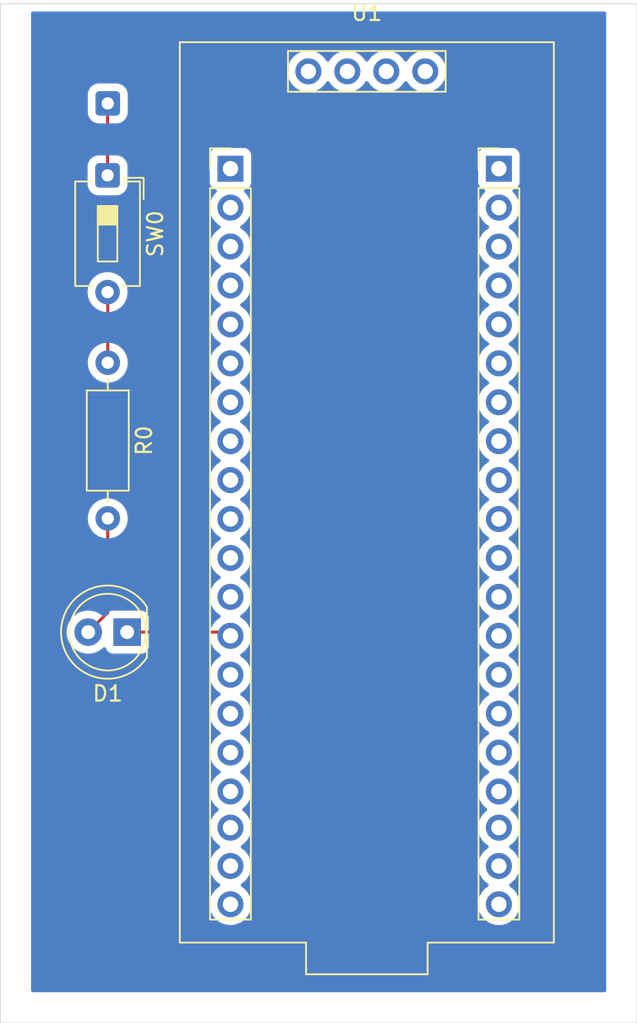
<source format=kicad_pcb>
(kicad_pcb (version 20241229) (generator "pcbnew") (generator_version "9.0")
  (layers (0 "F.Cu" signal) (2 "B.Cu" signal) (13 "F.Paste" user) (15 "B.Paste" user) (5 "F.SilkS" user "F.Silkscreen") (7 "B.SilkS" user "B.Silkscreen") (1 "F.Mask" user) (3 "B.Mask" user) (25 "Edge.Cuts" user))
  (net 0 "")
  (net 1 "Net-(D1-A)")
  (net 2 "Net-(D1-K)")
  (net 3 "/DGT0_SCL")
  (net 4 "GND")
  (net 7 "/DGT0_SDA")
  (net 20 "/DGT0_GND")
  (net 42 "Net-(R0-Pad1)")
  (footprint "" (layer "F.Cu") (at 135 55.5)
    (property "Reference" "" (at 0 0 0) (layer "F.SilkS") (effects (font (size 1.27 1.27))))
    (property "Value" "")
    (pad "1" thru_hole roundrect (at 0 0 270) (size 1.6 1.6) (drill 0.8) (layers "*.Cu" "*.Mask") (roundrect_rratio 0.15625) (net 3 "/DGT0_SCL"))
  )
  (footprint "Resistor_THT:R_Axial_DIN0207_L6.3mm_D2.5mm_P10.16mm_Horizontal" (layer "F.Cu") (at 135 72.42 -90)
    (property "Reference" "R0" (at 5.08 -2.37 90) (layer "F.SilkS"))
    (property "Value" "220")
    (fp_line (start 1.04 0) (end 1.81 0) (stroke (width 0.12)) (layer "F.SilkS"))
    (fp_line (start 9.12 0) (end 8.35 0) (stroke (width 0.12)) (layer "F.SilkS"))
    (fp_rect (start 1.81 -1.37) (end 8.35 1.37) (stroke (width 0.12)) (fill no) (layer "F.SilkS"))
    (pad "1" thru_hole circle (at 0 0 270) (size 1.6 1.6) (drill 0.8) (layers "*.Cu" "*.Mask") (net 42 "Net-(R0-Pad1)"))
    (pad "2" thru_hole circle (at 10.16 0 270) (size 1.6 1.6) (drill 0.8) (layers "*.Cu" "*.Mask") (net 1 "Net-(D1-A)"))
  )
  (footprint "LED_THT:LED_D5.0mm_FlatTop" (layer "F.Cu") (at 136.265 90 180)
    (property "Reference" "D1" (at 1.27 -4.01 0) (layer "F.SilkS"))
    (property "Value" "LED")
    (fp_line (start -1.29 -1.64) (end -1.29 1.64) (stroke (width 0.12)) (layer "F.SilkS"))
    (fp_arc (start 4.31 0) (mid 2.124166 2.917533) (end -1.29 1.639512) (stroke (width 0.12)) (layer "F.SilkS"))
    (fp_arc (start -1.29 -1.639512) (mid 2.124166 -2.917533) (end 4.31 0) (stroke (width 0.12)) (layer "F.SilkS"))
    (fp_circle (center 1.27 0) (end 3.77 0) (stroke (width 0.12)) (fill no) (layer "F.SilkS"))
    (pad "1" thru_hole rect (at 0 0 180) (size 1.8 1.8) (drill 0.9) (layers "*.Cu" "*.Mask") (net 2 "Net-(D1-K)"))
    (pad "2" thru_hole circle (at 2.54 0 180) (size 1.8 1.8) (drill 0.9) (layers "*.Cu" "*.Mask") (net 1 "Net-(D1-A)"))
  )
  (footprint "Button_Switch_THT:SW_DIP_SPSTx01_Slide_6.7x4.1mm_W7.62mm_P2.54mm_LowProfile" (layer "F.Cu") (at 134.9875 60.195 -90)
    (property "Reference" "SW0" (at 3.81 -3.11 90) (layer "F.SilkS"))
    (property "Value" "SW_DIP_x01")
    (fp_line (start 0.4 2.11) (end 7.22 2.11) (stroke (width 0.12)) (layer "F.SilkS"))
    (fp_line (start 0.4 1.04) (end 0.4 2.11) (stroke (width 0.12)) (layer "F.SilkS"))
    (fp_line (start 7.22 0.96) (end 7.22 2.11) (stroke (width 0.12)) (layer "F.SilkS"))
    (fp_line (start 3.206667 -0.635) (end 3.206667 0.635) (stroke (width 0.12)) (layer "F.SilkS"))
    (fp_line (start 0.4 -2.11) (end 0.4 -1.04) (stroke (width 0.12)) (layer "F.SilkS"))
    (fp_line (start 0.4 -2.11) (end 7.22 -2.11) (stroke (width 0.12)) (layer "F.SilkS"))
    (fp_line (start 7.22 -2.11) (end 7.22 -0.96) (stroke (width 0.12)) (layer "F.SilkS"))
    (fp_line (start 0.16 -2.35) (end 0.16 -1.04) (stroke (width 0.12)) (layer "F.SilkS"))
    (fp_line (start 0.16 -2.35) (end 1.543 -2.35) (stroke (width 0.12)) (layer "F.SilkS"))
    (fp_rect (start 2 -0.635) (end 3.206667 0.635) (stroke (width 0.12)) (fill yes) (layer "F.SilkS"))
    (fp_rect (start 2 -0.635) (end 5.62 0.635) (stroke (width 0.12)) (fill no) (layer "F.SilkS"))
    (pad "1" thru_hole roundrect (at 0 0 270) (size 1.6 1.6) (drill 0.8) (layers "*.Cu" "*.Mask") (roundrect_rratio 0.15625) (net 3 "/DGT0_SCL"))
    (pad "2" thru_hole circle (at 7.62 0 270) (size 1.6 1.6) (drill 0.8) (layers "*.Cu" "*.Mask") (net 42 "Net-(R0-Pad1)"))
  )
  (footprint "BlackPill_v2:YAAJ_BlackPill_SWD_2" (layer "F.Cu") (at 143 59.76)
    (property "Reference" "U1" (at 8.89 -10.16 0) (layer "F.SilkS"))
    (property "Value" "MiniF4-STM32F401CEU6" (hide yes))
    (fp_line (start -3.302 -8.255) (end 21.082 -8.255) (stroke (width 0.12)) (layer "F.SilkS"))
    (fp_line (start -3.302 50.5) (end -3.302 -8.255) (stroke (width 0.12)) (layer "F.SilkS"))
    (fp_line (start -3.302 50.5) (end 4.9276 50.5) (stroke (width 0.12)) (layer "F.SilkS"))
    (fp_line (start -1.33 -1.33) (end -1.33 0) (stroke (width 0.12)) (layer "F.SilkS"))
    (fp_line (start -1.33 -1.33) (end 0 -1.33) (stroke (width 0.12)) (layer "F.SilkS"))
    (fp_line (start -1.33 1.27) (end -1.33 49) (stroke (width 0.12)) (layer "F.SilkS"))
    (fp_line (start -1.33 1.27) (end 1.33 1.27) (stroke (width 0.12)) (layer "F.SilkS"))
    (fp_line (start 1.33 1.27) (end 1.33 49) (stroke (width 0.12)) (layer "F.SilkS"))
    (fp_line (start 1.33 49) (end -1.33 49) (stroke (width 0.12)) (layer "F.SilkS"))
    (fp_line (start 3.75 -7.68) (end 3.75 -5.02) (stroke (width 0.12)) (layer "F.SilkS"))
    (fp_line (start 3.75 -5.02) (end 14.03 -5.02) (stroke (width 0.12)) (layer "F.SilkS"))
    (fp_line (start 4.9276 50.5) (end 4.9276 52.5656) (stroke (width 0.12)) (layer "F.SilkS"))
    (fp_line (start 4.9276 52.5656) (end 12.8524 52.5656) (stroke (width 0.12)) (layer "F.SilkS"))
    (fp_line (start 12.8524 50.5) (end 21.082 50.5) (stroke (width 0.12)) (layer "F.SilkS"))
    (fp_line (start 12.8524 52.5656) (end 12.8524 50.5) (stroke (width 0.12)) (layer "F.SilkS"))
    (fp_line (start 14.03 -7.68) (end 3.75 -7.68) (stroke (width 0.12)) (layer "F.SilkS"))
    (fp_line (start 14.03 -5.02) (end 14.03 -7.68) (stroke (width 0.12)) (layer "F.SilkS"))
    (fp_line (start 16.17 -1.33) (end 16.17 0) (stroke (width 0.12)) (layer "F.SilkS"))
    (fp_line (start 16.17 -1.33) (end 17.5 -1.33) (stroke (width 0.12)) (layer "F.SilkS"))
    (fp_line (start 16.17 1.27) (end 16.17 49) (stroke (width 0.12)) (layer "F.SilkS"))
    (fp_line (start 16.17 1.27) (end 18.83 1.27) (stroke (width 0.12)) (layer "F.SilkS"))
    (fp_line (start 18.83 1.27) (end 18.83 49) (stroke (width 0.12)) (layer "F.SilkS"))
    (fp_line (start 18.83 49) (end 16.17 49) (stroke (width 0.12)) (layer "F.SilkS"))
    (fp_line (start 21.082 -8.255) (end 21.082 50.5) (stroke (width 0.12)) (layer "F.SilkS"))
    (pad "1" thru_hole rect (at 0 0) (size 1.7 1.7) (drill 1) (layers "*.Cu" "*.Mask"))
    (pad "2" thru_hole circle (at 0 2.54) (size 1.7 1.7) (drill 1) (layers "*.Cu" "*.Mask"))
    (pad "3" thru_hole circle (at 0 5.08) (size 1.7 1.7) (drill 1) (layers "*.Cu" "*.Mask"))
    (pad "4" thru_hole circle (at 0 7.62) (size 1.7 1.7) (drill 1) (layers "*.Cu" "*.Mask"))
    (pad "5" thru_hole circle (at 0 10.16) (size 1.7 1.7) (drill 1) (layers "*.Cu" "*.Mask"))
    (pad "6" thru_hole circle (at 0 12.7) (size 1.7 1.7) (drill 1) (layers "*.Cu" "*.Mask"))
    (pad "7" thru_hole circle (at 0 15.24) (size 1.7 1.7) (drill 1) (layers "*.Cu" "*.Mask"))
    (pad "8" thru_hole circle (at 0 17.78) (size 1.7 1.7) (drill 1) (layers "*.Cu" "*.Mask"))
    (pad "9" thru_hole circle (at 0 20.32) (size 1.7 1.7) (drill 1) (layers "*.Cu" "*.Mask"))
    (pad "10" thru_hole circle (at 0 22.86) (size 1.7 1.7) (drill 1) (layers "*.Cu" "*.Mask"))
    (pad "11" thru_hole circle (at 0 25.4) (size 1.7 1.7) (drill 1) (layers "*.Cu" "*.Mask"))
    (pad "12" thru_hole circle (at 0 27.94) (size 1.7 1.7) (drill 1) (layers "*.Cu" "*.Mask") (net 7 "/DGT0_SDA"))
    (pad "13" thru_hole circle (at 0 30.48) (size 1.7 1.7) (drill 1) (layers "*.Cu" "*.Mask") (net 2 "Net-(D1-K)"))
    (pad "14" thru_hole circle (at 0 33.02) (size 1.7 1.7) (drill 1) (layers "*.Cu" "*.Mask") (net 2 "Net-(D1-K)"))
    (pad "15" thru_hole circle (at 0 35.56) (size 1.7 1.7) (drill 1) (layers "*.Cu" "*.Mask") (net 7 "/DGT0_SDA"))
    (pad "16" thru_hole circle (at 0 38.1) (size 1.7 1.7) (drill 1) (layers "*.Cu" "*.Mask"))
    (pad "17" thru_hole circle (at 0 40.64) (size 1.7 1.7) (drill 1) (layers "*.Cu" "*.Mask"))
    (pad "18" thru_hole circle (at 0 43) (size 1.7 1.7) (drill 1) (layers "*.Cu" "*.Mask"))
    (pad "19" thru_hole circle (at 0 45.5) (size 1.7 1.7) (drill 1) (layers "*.Cu" "*.Mask") (net 20 "/DGT0_GND"))
    (pad "20" thru_hole circle (at 0 48) (size 1.7 1.7) (drill 1) (layers "*.Cu" "*.Mask"))
    (pad "21" thru_hole circle (at 17.5 48) (size 1.7 1.7) (drill 1) (layers "*.Cu" "*.Mask"))
    (pad "22" thru_hole circle (at 17.5 45.5) (size 1.7 1.7) (drill 1) (layers "*.Cu" "*.Mask"))
    (pad "23" thru_hole circle (at 17.5 43) (size 1.7 1.7) (drill 1) (layers "*.Cu" "*.Mask"))
    (pad "24" thru_hole circle (at 17.5 40.64) (size 1.7 1.7) (drill 1) (layers "*.Cu" "*.Mask"))
    (pad "25" thru_hole circle (at 17.5 38.1) (size 1.7 1.7) (drill 1) (layers "*.Cu" "*.Mask"))
    (pad "26" thru_hole circle (at 17.5 35.56) (size 1.7 1.7) (drill 1) (layers "*.Cu" "*.Mask"))
    (pad "27" thru_hole circle (at 17.5 33.02) (size 1.7 1.7) (drill 1) (layers "*.Cu" "*.Mask"))
    (pad "28" thru_hole circle (at 17.5 30.48) (size 1.7 1.7) (drill 1) (layers "*.Cu" "*.Mask"))
    (pad "29" thru_hole circle (at 17.5 27.94) (size 1.7 1.7) (drill 1) (layers "*.Cu" "*.Mask"))
    (pad "30" thru_hole circle (at 17.5 25.4) (size 1.7 1.7) (drill 1) (layers "*.Cu" "*.Mask"))
    (pad "31" thru_hole circle (at 17.5 22.86) (size 1.7 1.7) (drill 1) (layers "*.Cu" "*.Mask"))
    (pad "32" thru_hole circle (at 17.5 20.32) (size 1.7 1.7) (drill 1) (layers "*.Cu" "*.Mask"))
    (pad "33" thru_hole circle (at 17.5 17.78) (size 1.7 1.7) (drill 1) (layers "*.Cu" "*.Mask"))
    (pad "34" thru_hole circle (at 17.5 15.24) (size 1.7 1.7) (drill 1) (layers "*.Cu" "*.Mask"))
    (pad "35" thru_hole circle (at 12.7 -6.35) (size 1.7 1.7) (drill 1) (layers "*.Cu" "*.Mask"))
    (pad "35" thru_hole circle (at 17.5 12.7) (size 1.7 1.7) (drill 1) (layers "*.Cu" "*.Mask"))
    (pad "36" thru_hole circle (at 10.16 -6.35) (size 1.7 1.7) (drill 1) (layers "*.Cu" "*.Mask"))
    (pad "36" thru_hole circle (at 17.5 10.16) (size 1.7 1.7) (drill 1) (layers "*.Cu" "*.Mask"))
    (pad "37" thru_hole circle (at 7.62 -6.35) (size 1.7 1.7) (drill 1) (layers "*.Cu" "*.Mask"))
    (pad "37" thru_hole circle (at 17.5 7.62) (size 1.7 1.7) (drill 1) (layers "*.Cu" "*.Mask"))
    (pad "38" thru_hole circle (at 5.08 -6.35) (size 1.7 1.7) (drill 1) (layers "*.Cu" "*.Mask"))
    (pad "38" thru_hole circle (at 17.5 5.08) (size 1.7 1.7) (drill 1) (layers "*.Cu" "*.Mask"))
    (pad "39" thru_hole circle (at 17.5 2.54) (size 1.7 1.7) (drill 1) (layers "*.Cu" "*.Mask"))
    (pad "40" thru_hole rect (at 17.5 0) (size 1.7 1.7) (drill 1) (layers "*.Cu" "*.Mask"))
  )
  (gr_line (start 169.5 115.5) (end 128 115.5) (stroke (width 0.05)) (layer "Edge.Cuts"))
  (gr_line (start 128 115.5) (end 128 49) (stroke (width 0.05)) (layer "Edge.Cuts"))
  (gr_line (start 128 49) (end 169.5 49) (stroke (width 0.05)) (layer "Edge.Cuts"))
  (gr_line (start 169.5 49) (end 169.5 115.5) (stroke (width 0.05)) (layer "Edge.Cuts"))
  (segment (start 133.725 90) (end 135 88.725) (width 0.2) (layer "F.Cu") (net 1))
  (segment (start 135 88.725) (end 135 82.58) (width 0.2) (layer "F.Cu") (net 1))
  (segment (start 142.76 90) (end 143 90.24) (width 0.2) (layer "F.Cu") (net 2))
  (segment (start 136.265 90) (end 142.76 90) (width 0.2) (layer "F.Cu") (net 2))
  (segment (start 134.9875 60.195) (end 134.9875 55.5125) (width 0.2) (layer "F.Cu") (net 3))
  (segment (start 134.9875 55.5125) (end 135 55.5) (width 0.2) (layer "F.Cu") (net 3))
  (segment (start 134.9875 67.9875) (end 135 68) (width 0.2) (layer "F.Cu") (net 42))
  (segment (start 134.9875 67.815) (end 134.9875 67.9875) (width 0.2) (layer "F.Cu") (net 42))
  (segment (start 135 68) (end 135 72.42) (width 0.2) (layer "F.Cu") (net 42))
  (zone (net 4) (net_name "GND") (layer "B.Cu") (connect_pads (clearance 0.5)) (min_thickness 0.25) (fill yes (thermal_gap 0.5) (thermal_bridge_width 0.5))
    (polygon (pts (xy 130 49.5) (xy 167.5 49.5) (xy 167.5 113.5) (xy 130 113.5)))
  )
)
</source>
